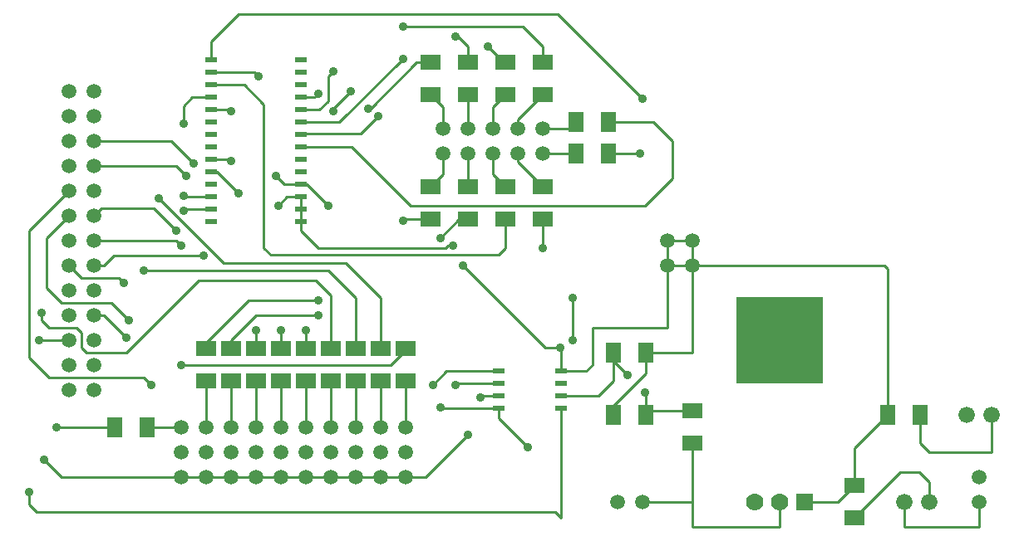
<source format=gtl>
G04 (created by PCBNEW (2013-07-07 BZR 4022)-stable) date 8/21/2014 4:39:55 PM*
%MOIN*%
G04 Gerber Fmt 3.4, Leading zero omitted, Abs format*
%FSLAX34Y34*%
G01*
G70*
G90*
G04 APERTURE LIST*
%ADD10C,0.00393701*%
%ADD11R,0.07X0.07*%
%ADD12C,0.07*%
%ADD13R,0.35X0.35*%
%ADD14R,0.045X0.02*%
%ADD15R,0.05X0.02*%
%ADD16R,0.08X0.06*%
%ADD17R,0.06X0.08*%
%ADD18C,0.0590551*%
%ADD19C,0.066*%
%ADD20C,0.035*%
%ADD21C,0.01*%
G04 APERTURE END LIST*
G54D10*
G54D11*
X61500Y-92500D03*
G54D12*
X59500Y-92500D03*
X60500Y-92500D03*
G54D13*
X60500Y-86000D03*
G54D14*
X49250Y-88750D03*
X49250Y-88250D03*
X49250Y-87750D03*
X49250Y-87250D03*
X51750Y-87250D03*
X51750Y-87750D03*
X51750Y-88250D03*
X51750Y-88750D03*
G54D15*
X37700Y-74750D03*
X37700Y-75250D03*
X37700Y-75750D03*
X37700Y-76250D03*
X37700Y-76750D03*
X37700Y-77250D03*
X37700Y-77750D03*
X37700Y-78250D03*
X37700Y-78750D03*
X37700Y-79250D03*
X37700Y-79750D03*
X37700Y-80250D03*
X37700Y-80750D03*
X37700Y-81250D03*
X41300Y-81250D03*
X41300Y-80750D03*
X41300Y-80250D03*
X41300Y-79750D03*
X41300Y-79250D03*
X41300Y-78750D03*
X41300Y-78250D03*
X41300Y-77750D03*
X41300Y-77250D03*
X41300Y-76750D03*
X41300Y-76250D03*
X41300Y-75750D03*
X41300Y-75250D03*
X41300Y-74750D03*
G54D16*
X45500Y-87650D03*
X45500Y-86350D03*
X48000Y-74850D03*
X48000Y-76150D03*
X46500Y-74850D03*
X46500Y-76150D03*
G54D17*
X53650Y-77250D03*
X52350Y-77250D03*
X52350Y-78500D03*
X53650Y-78500D03*
G54D16*
X51000Y-79850D03*
X51000Y-81150D03*
X49500Y-79850D03*
X49500Y-81150D03*
X48000Y-79850D03*
X48000Y-81150D03*
X46500Y-79850D03*
X46500Y-81150D03*
X63500Y-93150D03*
X63500Y-91850D03*
X51000Y-74850D03*
X51000Y-76150D03*
X41500Y-87650D03*
X41500Y-86350D03*
X40500Y-87650D03*
X40500Y-86350D03*
X39500Y-87650D03*
X39500Y-86350D03*
X37500Y-87650D03*
X37500Y-86350D03*
X38500Y-86350D03*
X38500Y-87650D03*
G54D17*
X33850Y-89500D03*
X35150Y-89500D03*
G54D16*
X42500Y-86350D03*
X42500Y-87650D03*
X43500Y-86350D03*
X43500Y-87650D03*
X44500Y-86350D03*
X44500Y-87650D03*
X49500Y-74850D03*
X49500Y-76150D03*
G54D17*
X66150Y-89000D03*
X64850Y-89000D03*
X53850Y-86500D03*
X55150Y-86500D03*
X53850Y-89000D03*
X55150Y-89000D03*
G54D16*
X57000Y-88850D03*
X57000Y-90150D03*
G54D18*
X40500Y-91500D03*
X40500Y-90500D03*
X40500Y-89500D03*
X41500Y-91500D03*
X41500Y-90500D03*
X41500Y-89500D03*
X42500Y-91500D03*
X42500Y-90500D03*
X42500Y-89500D03*
X43500Y-91500D03*
X43500Y-90500D03*
X43500Y-89500D03*
X44500Y-91500D03*
X44500Y-90500D03*
X44500Y-89500D03*
X45500Y-91500D03*
X45500Y-90500D03*
X45500Y-89500D03*
X39500Y-91500D03*
X39500Y-90500D03*
X39500Y-89500D03*
X38500Y-91500D03*
X38500Y-90500D03*
X38500Y-89500D03*
X37500Y-91500D03*
X37500Y-90500D03*
X37500Y-89500D03*
X36500Y-91500D03*
X36500Y-90500D03*
X36500Y-89500D03*
X32000Y-88000D03*
X32000Y-87000D03*
X32000Y-86000D03*
X33000Y-86000D03*
X33000Y-87000D03*
X33000Y-88000D03*
X33000Y-85000D03*
X32000Y-85000D03*
X33000Y-84000D03*
X32000Y-84000D03*
X33000Y-83000D03*
X32000Y-83000D03*
X33000Y-82000D03*
X32000Y-82000D03*
X33000Y-81000D03*
X32000Y-81000D03*
X33000Y-80000D03*
X32000Y-80000D03*
X33000Y-79000D03*
X32000Y-79000D03*
X33000Y-78000D03*
X32000Y-78000D03*
X33000Y-77000D03*
X32000Y-77000D03*
X33000Y-76000D03*
X32000Y-76000D03*
G54D19*
X66500Y-92500D03*
X65500Y-92500D03*
X68000Y-89000D03*
X69000Y-89000D03*
G54D18*
X54000Y-92500D03*
X55000Y-92500D03*
X56000Y-82000D03*
X56000Y-83000D03*
X57000Y-83000D03*
X57000Y-82000D03*
X47000Y-77500D03*
X47000Y-78500D03*
X48000Y-77500D03*
X48000Y-78500D03*
X49000Y-77500D03*
X49000Y-78500D03*
X50000Y-77500D03*
X50000Y-78500D03*
X51000Y-77500D03*
X51000Y-78500D03*
X68500Y-92500D03*
X68500Y-91500D03*
G54D20*
X30800Y-86000D03*
X31000Y-90800D03*
X47800Y-83000D03*
X47400Y-82200D03*
X40400Y-80600D03*
X38800Y-80100D03*
X51700Y-86300D03*
X48000Y-89800D03*
X39600Y-75400D03*
X51000Y-82300D03*
X42000Y-76100D03*
X42600Y-76800D03*
X43300Y-76000D03*
X44000Y-76700D03*
X42600Y-75200D03*
X47500Y-73800D03*
X45400Y-74700D03*
X48800Y-74200D03*
X44400Y-77000D03*
X45400Y-73400D03*
X55000Y-76300D03*
X54900Y-78500D03*
X36500Y-87000D03*
X34300Y-85900D03*
X36700Y-79400D03*
X42000Y-84400D03*
X36300Y-81600D03*
X39500Y-85600D03*
X36500Y-82200D03*
X40500Y-85600D03*
X37400Y-82600D03*
X41500Y-85600D03*
X35600Y-80300D03*
X34200Y-83700D03*
X35000Y-83200D03*
X30900Y-84900D03*
X31500Y-89500D03*
X37000Y-78900D03*
X42000Y-85000D03*
X52200Y-84300D03*
X52200Y-86000D03*
X48500Y-88300D03*
X54400Y-87400D03*
X55100Y-88100D03*
X30400Y-92100D03*
X46600Y-87800D03*
X35300Y-87800D03*
X34400Y-85200D03*
X47500Y-87800D03*
X36600Y-80800D03*
X36600Y-80200D03*
X38500Y-76800D03*
X45400Y-81200D03*
X46900Y-88700D03*
X50400Y-90300D03*
X42400Y-80600D03*
X40300Y-79400D03*
X38500Y-78800D03*
X36600Y-77300D03*
X46900Y-81900D03*
G54D21*
X36500Y-91500D02*
X31700Y-91500D01*
X30800Y-86000D02*
X32000Y-86000D01*
X31700Y-91500D02*
X31000Y-90800D01*
X41300Y-81250D02*
X41300Y-81600D01*
X51100Y-86300D02*
X51700Y-86300D01*
X47800Y-83000D02*
X51100Y-86300D01*
X47200Y-82200D02*
X47400Y-82200D01*
X47100Y-82300D02*
X47200Y-82200D01*
X42000Y-82300D02*
X47100Y-82300D01*
X41300Y-81600D02*
X42000Y-82300D01*
X41300Y-80750D02*
X41300Y-81250D01*
X41300Y-80250D02*
X41300Y-80750D01*
X37700Y-79250D02*
X37950Y-79250D01*
X40750Y-80250D02*
X41300Y-80250D01*
X40400Y-80600D02*
X40750Y-80250D01*
X37950Y-79250D02*
X38800Y-80100D01*
X51750Y-87250D02*
X51750Y-86350D01*
X51750Y-86350D02*
X51700Y-86300D01*
X46300Y-91500D02*
X45500Y-91500D01*
X48000Y-89800D02*
X46300Y-91500D01*
X45500Y-91500D02*
X44500Y-91500D01*
X44500Y-91500D02*
X43500Y-91500D01*
X43500Y-91500D02*
X42500Y-91500D01*
X42500Y-91500D02*
X41500Y-91500D01*
X41500Y-91500D02*
X40500Y-91500D01*
X40500Y-91500D02*
X39500Y-91500D01*
X39500Y-91500D02*
X38500Y-91500D01*
X38500Y-91500D02*
X37500Y-91500D01*
X37500Y-91500D02*
X36500Y-91500D01*
X56000Y-83000D02*
X56000Y-85500D01*
X52750Y-87250D02*
X51750Y-87250D01*
X53000Y-87000D02*
X52750Y-87250D01*
X53000Y-85500D02*
X53000Y-87000D01*
X56000Y-85500D02*
X53000Y-85500D01*
X64850Y-89000D02*
X64850Y-83150D01*
X64700Y-83000D02*
X57000Y-83000D01*
X64850Y-83150D02*
X64700Y-83000D01*
X63500Y-91850D02*
X63500Y-90350D01*
X63500Y-90350D02*
X64850Y-89000D01*
X61500Y-92500D02*
X62850Y-92500D01*
X62850Y-92500D02*
X63500Y-91850D01*
X57000Y-82000D02*
X57000Y-83000D01*
X56000Y-82000D02*
X57000Y-82000D01*
X56000Y-83000D02*
X56000Y-82000D01*
X57000Y-83000D02*
X56000Y-83000D01*
X55150Y-86500D02*
X57000Y-86500D01*
X57000Y-86500D02*
X57000Y-83000D01*
X53850Y-89000D02*
X53850Y-88650D01*
X55150Y-87350D02*
X55150Y-86500D01*
X53850Y-88650D02*
X55150Y-87350D01*
X39830Y-77314D02*
X39830Y-76530D01*
X49500Y-82311D02*
X49244Y-82566D01*
X49244Y-82566D02*
X40110Y-82566D01*
X40110Y-82566D02*
X39830Y-82287D01*
X39830Y-82287D02*
X39830Y-77314D01*
X49500Y-81150D02*
X49500Y-82311D01*
X39050Y-75750D02*
X37700Y-75750D01*
X39830Y-76530D02*
X39050Y-75750D01*
X51000Y-81150D02*
X51000Y-82300D01*
X39450Y-75250D02*
X37700Y-75250D01*
X39600Y-75400D02*
X39450Y-75250D01*
X45500Y-87650D02*
X45500Y-89500D01*
X40500Y-87650D02*
X40500Y-89500D01*
X66500Y-92500D02*
X66500Y-91700D01*
X65350Y-91300D02*
X63500Y-93150D01*
X66100Y-91300D02*
X65350Y-91300D01*
X66500Y-91700D02*
X66100Y-91300D01*
X39500Y-87650D02*
X39500Y-89500D01*
X47000Y-77500D02*
X47000Y-76650D01*
X47000Y-76650D02*
X46500Y-76150D01*
X46500Y-74850D02*
X45950Y-74850D01*
X41850Y-76250D02*
X41300Y-76250D01*
X42000Y-76100D02*
X41850Y-76250D01*
X42600Y-76700D02*
X42600Y-76800D01*
X43300Y-76000D02*
X42600Y-76700D01*
X44100Y-76700D02*
X44000Y-76700D01*
X45950Y-74850D02*
X44100Y-76700D01*
X48000Y-74850D02*
X48000Y-74200D01*
X42050Y-76750D02*
X41300Y-76750D01*
X42400Y-76400D02*
X42050Y-76750D01*
X42400Y-75400D02*
X42400Y-76400D01*
X42600Y-75200D02*
X42400Y-75400D01*
X47600Y-73800D02*
X47500Y-73800D01*
X48000Y-74200D02*
X47600Y-73800D01*
X49500Y-74850D02*
X49450Y-74850D01*
X42850Y-77250D02*
X41300Y-77250D01*
X45400Y-74700D02*
X42850Y-77250D01*
X49450Y-74850D02*
X48800Y-74200D01*
X51000Y-74850D02*
X51000Y-74200D01*
X41350Y-77700D02*
X41300Y-77750D01*
X43700Y-77700D02*
X41350Y-77700D01*
X44400Y-77000D02*
X43700Y-77700D01*
X50200Y-73400D02*
X45400Y-73400D01*
X51000Y-74200D02*
X50200Y-73400D01*
X53650Y-78500D02*
X54900Y-78500D01*
X37700Y-74000D02*
X37700Y-74750D01*
X38800Y-72900D02*
X37700Y-74000D01*
X51600Y-72900D02*
X38800Y-72900D01*
X55000Y-76300D02*
X51600Y-72900D01*
X48000Y-77500D02*
X48000Y-76150D01*
X49000Y-77500D02*
X49000Y-76650D01*
X49000Y-76650D02*
X49500Y-76150D01*
X50000Y-77500D02*
X50000Y-77150D01*
X50000Y-77150D02*
X51000Y-76150D01*
X51000Y-77500D02*
X52100Y-77500D01*
X52100Y-77500D02*
X52350Y-77250D01*
X37500Y-87650D02*
X37500Y-89500D01*
X68500Y-92500D02*
X68500Y-93500D01*
X68500Y-93500D02*
X65500Y-93500D01*
X65500Y-93500D02*
X65500Y-92500D01*
X33000Y-85000D02*
X33400Y-85000D01*
X45500Y-86400D02*
X45500Y-86350D01*
X44900Y-87000D02*
X45500Y-86400D01*
X36500Y-87000D02*
X44900Y-87000D01*
X33400Y-85000D02*
X34300Y-85900D01*
X37500Y-86350D02*
X37500Y-86100D01*
X36300Y-79000D02*
X33000Y-79000D01*
X36700Y-79400D02*
X36300Y-79000D01*
X39200Y-84400D02*
X42000Y-84400D01*
X37500Y-86100D02*
X39200Y-84400D01*
X39500Y-86350D02*
X39500Y-85600D01*
X33300Y-80700D02*
X33000Y-81000D01*
X35400Y-80700D02*
X33300Y-80700D01*
X36300Y-81600D02*
X35400Y-80700D01*
X40500Y-86350D02*
X40500Y-85600D01*
X36300Y-82000D02*
X33000Y-82000D01*
X36500Y-82200D02*
X36300Y-82000D01*
X51000Y-78500D02*
X52350Y-78500D01*
X41500Y-86350D02*
X41500Y-85600D01*
X33400Y-83000D02*
X33000Y-83000D01*
X33800Y-82600D02*
X33400Y-83000D01*
X37400Y-82600D02*
X33800Y-82600D01*
X69000Y-89000D02*
X69000Y-90500D01*
X66150Y-90150D02*
X66150Y-89000D01*
X66500Y-90500D02*
X66150Y-90150D01*
X69000Y-90500D02*
X66500Y-90500D01*
X41500Y-87650D02*
X41500Y-89500D01*
X44500Y-86350D02*
X44500Y-84300D01*
X38200Y-82900D02*
X35600Y-80300D01*
X43100Y-82900D02*
X38200Y-82900D01*
X44500Y-84300D02*
X43100Y-82900D01*
X50000Y-78500D02*
X50000Y-78850D01*
X50000Y-78850D02*
X51000Y-79850D01*
X44500Y-87650D02*
X44500Y-89500D01*
X43500Y-86350D02*
X43500Y-84300D01*
X32500Y-83500D02*
X32000Y-83000D01*
X34000Y-83500D02*
X32500Y-83500D01*
X34200Y-83700D02*
X34000Y-83500D01*
X42400Y-83200D02*
X35000Y-83200D01*
X43500Y-84300D02*
X42400Y-83200D01*
X42500Y-86350D02*
X42500Y-84200D01*
X30900Y-85200D02*
X30900Y-84900D01*
X31200Y-85500D02*
X30900Y-85200D01*
X32300Y-85500D02*
X31200Y-85500D01*
X32500Y-85700D02*
X32300Y-85500D01*
X32500Y-86300D02*
X32500Y-85700D01*
X32700Y-86500D02*
X32500Y-86300D01*
X34300Y-86500D02*
X32700Y-86500D01*
X37200Y-83600D02*
X34300Y-86500D01*
X41900Y-83600D02*
X37200Y-83600D01*
X42500Y-84200D02*
X41900Y-83600D01*
X35150Y-89500D02*
X36500Y-89500D01*
X31500Y-89500D02*
X33850Y-89500D01*
X38500Y-86350D02*
X38500Y-86000D01*
X36100Y-78000D02*
X33000Y-78000D01*
X37000Y-78900D02*
X36100Y-78000D01*
X39500Y-85000D02*
X42000Y-85000D01*
X38500Y-86000D02*
X39500Y-85000D01*
X49000Y-78500D02*
X49000Y-79350D01*
X49000Y-79350D02*
X49500Y-79850D01*
X38500Y-87650D02*
X38500Y-89500D01*
X53650Y-77250D02*
X55450Y-77250D01*
X43350Y-78250D02*
X41300Y-78250D01*
X45700Y-80600D02*
X43350Y-78250D01*
X55100Y-80600D02*
X45700Y-80600D01*
X56200Y-79500D02*
X55100Y-80600D01*
X56200Y-78000D02*
X56200Y-79500D01*
X55450Y-77250D02*
X56200Y-78000D01*
X42500Y-87650D02*
X42500Y-89500D01*
X43500Y-87650D02*
X43500Y-89500D01*
X49250Y-88250D02*
X48550Y-88250D01*
X52200Y-84400D02*
X52200Y-84300D01*
X52200Y-84800D02*
X52200Y-84400D01*
X52200Y-86000D02*
X52200Y-84800D01*
X48550Y-88250D02*
X48500Y-88300D01*
X55150Y-89000D02*
X55150Y-88150D01*
X53850Y-86850D02*
X53850Y-86500D01*
X54400Y-87400D02*
X53850Y-86850D01*
X55150Y-88150D02*
X55100Y-88100D01*
X57000Y-88850D02*
X55300Y-88850D01*
X55300Y-88850D02*
X55150Y-89000D01*
X53850Y-86500D02*
X53850Y-87650D01*
X53850Y-87650D02*
X53250Y-88250D01*
X53250Y-88250D02*
X51750Y-88250D01*
X30400Y-92600D02*
X30400Y-92100D01*
X51750Y-93150D02*
X51500Y-92900D01*
X51500Y-92900D02*
X30700Y-92900D01*
X30700Y-92900D02*
X30400Y-92600D01*
X51750Y-88750D02*
X51750Y-93150D01*
X48000Y-78500D02*
X48000Y-79850D01*
X47150Y-87250D02*
X46600Y-87800D01*
X49250Y-87250D02*
X47150Y-87250D01*
X30400Y-81600D02*
X32000Y-80000D01*
X30400Y-86700D02*
X30400Y-81600D01*
X31200Y-87500D02*
X30400Y-86700D01*
X35000Y-87500D02*
X31200Y-87500D01*
X35300Y-87800D02*
X35000Y-87500D01*
X49250Y-87750D02*
X47550Y-87750D01*
X31100Y-81900D02*
X32000Y-81000D01*
X31100Y-83900D02*
X31100Y-81900D01*
X31700Y-84500D02*
X31100Y-83900D01*
X33700Y-84500D02*
X31700Y-84500D01*
X34400Y-85200D02*
X33700Y-84500D01*
X47550Y-87750D02*
X47500Y-87800D01*
X47000Y-78500D02*
X47000Y-79350D01*
X47000Y-79350D02*
X46500Y-79850D01*
X36650Y-80750D02*
X37700Y-80750D01*
X36600Y-80800D02*
X36650Y-80750D01*
X36650Y-80250D02*
X37700Y-80250D01*
X36600Y-80200D02*
X36650Y-80250D01*
X46500Y-81150D02*
X45450Y-81150D01*
X38450Y-76750D02*
X37700Y-76750D01*
X38500Y-76800D02*
X38450Y-76750D01*
X45450Y-81150D02*
X45400Y-81200D01*
X46950Y-88750D02*
X49250Y-88750D01*
X46900Y-88700D02*
X46950Y-88750D01*
X41300Y-79750D02*
X41550Y-79750D01*
X49250Y-89150D02*
X49250Y-88750D01*
X50400Y-90300D02*
X49250Y-89150D01*
X41550Y-79750D02*
X42400Y-80600D01*
X37700Y-78750D02*
X38450Y-78750D01*
X40650Y-79750D02*
X41300Y-79750D01*
X40300Y-79400D02*
X40650Y-79750D01*
X38450Y-78750D02*
X38500Y-78800D01*
X57000Y-92500D02*
X57000Y-93500D01*
X60500Y-93500D02*
X60500Y-92500D01*
X57000Y-93500D02*
X60500Y-93500D01*
X55000Y-92500D02*
X57000Y-92500D01*
X57000Y-92500D02*
X57000Y-90150D01*
X48000Y-81150D02*
X47650Y-81150D01*
X36950Y-76250D02*
X37700Y-76250D01*
X36600Y-76600D02*
X36950Y-76250D01*
X36600Y-77300D02*
X36600Y-76600D01*
X47650Y-81150D02*
X46900Y-81900D01*
M02*

</source>
